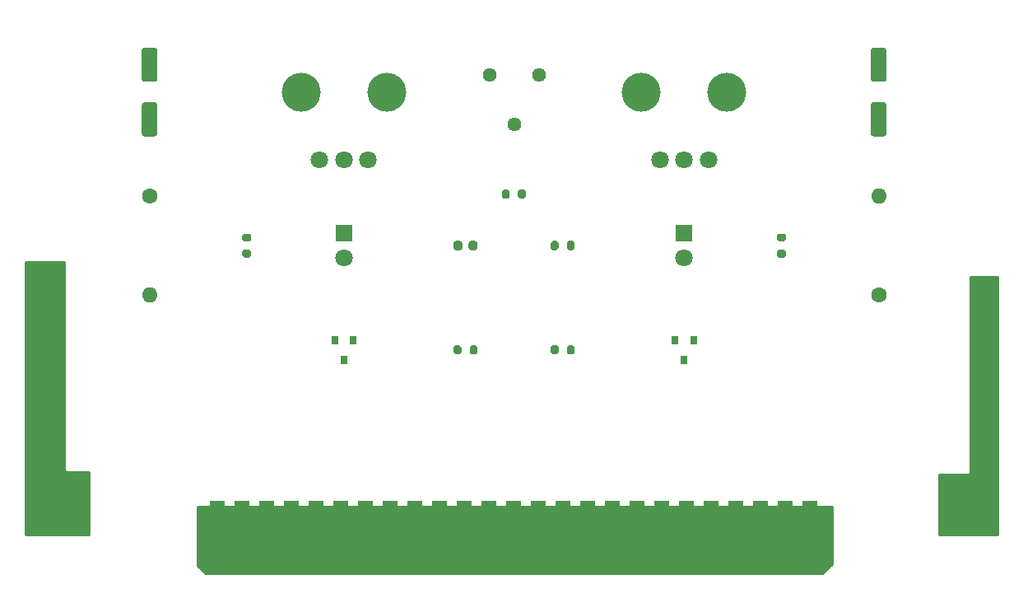
<source format=gbr>
G04 #@! TF.GenerationSoftware,KiCad,Pcbnew,(5.1.7)-1*
G04 #@! TF.CreationDate,2022-04-09T18:00:20-05:00*
G04 #@! TF.ProjectId,ConsolePedalFuzzSMT,436f6e73-6f6c-4655-9065-64616c46757a,rev?*
G04 #@! TF.SameCoordinates,Original*
G04 #@! TF.FileFunction,Soldermask,Top*
G04 #@! TF.FilePolarity,Negative*
%FSLAX46Y46*%
G04 Gerber Fmt 4.6, Leading zero omitted, Abs format (unit mm)*
G04 Created by KiCad (PCBNEW (5.1.7)-1) date 2022-04-09 18:00:20*
%MOMM*%
%LPD*%
G01*
G04 APERTURE LIST*
%ADD10R,1.800000X1.800000*%
%ADD11C,1.800000*%
%ADD12C,5.000000*%
%ADD13C,4.000000*%
%ADD14C,1.600000*%
%ADD15O,1.600000X1.600000*%
%ADD16C,1.440000*%
%ADD17R,1.500000X7.000000*%
%ADD18R,0.800000X0.900000*%
%ADD19C,0.254000*%
%ADD20C,0.100000*%
G04 APERTURE END LIST*
D10*
G04 #@! TO.C,D1*
X115250000Y-95000000D03*
D11*
X115250000Y-97540000D03*
G04 #@! TD*
G04 #@! TO.C,D2*
X150250000Y-97540000D03*
D10*
X150250000Y-95000000D03*
G04 #@! TD*
D12*
G04 #@! TO.C,H1*
X85350000Y-122600000D03*
G04 #@! TD*
G04 #@! TO.C,H2*
X180150000Y-122600000D03*
G04 #@! TD*
D13*
G04 #@! TO.C,RV1*
X154650000Y-80500000D03*
X145850000Y-80500000D03*
D11*
X152750000Y-87500000D03*
X150250000Y-87500000D03*
X147750000Y-87500000D03*
G04 #@! TD*
G04 #@! TO.C,RV2*
X112750000Y-87500000D03*
X115250000Y-87500000D03*
X117750000Y-87500000D03*
D13*
X110850000Y-80500000D03*
X119650000Y-80500000D03*
G04 #@! TD*
D14*
G04 #@! TO.C,R3*
X170250000Y-101350000D03*
D15*
X170250000Y-91190000D03*
G04 #@! TD*
D16*
G04 #@! TO.C,RV3*
X135330000Y-78740000D03*
X132790000Y-83820000D03*
X130250000Y-78740000D03*
G04 #@! TD*
D17*
G04 #@! TO.C,J1*
X163195000Y-126000000D03*
X160655000Y-126000000D03*
X158115000Y-126000000D03*
X155575000Y-126000000D03*
X153035000Y-126000000D03*
X150495000Y-126000000D03*
X147955000Y-126000000D03*
X145415000Y-126000000D03*
X142875000Y-126000000D03*
X140335000Y-126000000D03*
X137795000Y-126000000D03*
X135255000Y-126000000D03*
X132715000Y-126000000D03*
X130175000Y-126000000D03*
X127635000Y-126000000D03*
X125095000Y-126000000D03*
X122555000Y-126000000D03*
X120015000Y-126000000D03*
X117475000Y-126000000D03*
X114935000Y-126000000D03*
X112395000Y-126000000D03*
X109855000Y-126000000D03*
X107315000Y-126000000D03*
X104775000Y-126000000D03*
X102235000Y-126000000D03*
G04 #@! TD*
G04 #@! TO.C,C1*
G36*
G01*
X94700000Y-81550000D02*
X95800000Y-81550000D01*
G75*
G02*
X96050000Y-81800000I0J-250000D01*
G01*
X96050000Y-84800000D01*
G75*
G02*
X95800000Y-85050000I-250000J0D01*
G01*
X94700000Y-85050000D01*
G75*
G02*
X94450000Y-84800000I0J250000D01*
G01*
X94450000Y-81800000D01*
G75*
G02*
X94700000Y-81550000I250000J0D01*
G01*
G37*
G36*
G01*
X94700000Y-75950000D02*
X95800000Y-75950000D01*
G75*
G02*
X96050000Y-76200000I0J-250000D01*
G01*
X96050000Y-79200000D01*
G75*
G02*
X95800000Y-79450000I-250000J0D01*
G01*
X94700000Y-79450000D01*
G75*
G02*
X94450000Y-79200000I0J250000D01*
G01*
X94450000Y-76200000D01*
G75*
G02*
X94700000Y-75950000I250000J0D01*
G01*
G37*
G04 #@! TD*
G04 #@! TO.C,C2*
G36*
G01*
X126525000Y-96520000D02*
X126525000Y-96020000D01*
G75*
G02*
X126750000Y-95795000I225000J0D01*
G01*
X127200000Y-95795000D01*
G75*
G02*
X127425000Y-96020000I0J-225000D01*
G01*
X127425000Y-96520000D01*
G75*
G02*
X127200000Y-96745000I-225000J0D01*
G01*
X126750000Y-96745000D01*
G75*
G02*
X126525000Y-96520000I0J225000D01*
G01*
G37*
G36*
G01*
X128075000Y-96520000D02*
X128075000Y-96020000D01*
G75*
G02*
X128300000Y-95795000I225000J0D01*
G01*
X128750000Y-95795000D01*
G75*
G02*
X128975000Y-96020000I0J-225000D01*
G01*
X128975000Y-96520000D01*
G75*
G02*
X128750000Y-96745000I-225000J0D01*
G01*
X128300000Y-96745000D01*
G75*
G02*
X128075000Y-96520000I0J225000D01*
G01*
G37*
G04 #@! TD*
G04 #@! TO.C,C3*
G36*
G01*
X169700000Y-75950000D02*
X170800000Y-75950000D01*
G75*
G02*
X171050000Y-76200000I0J-250000D01*
G01*
X171050000Y-79200000D01*
G75*
G02*
X170800000Y-79450000I-250000J0D01*
G01*
X169700000Y-79450000D01*
G75*
G02*
X169450000Y-79200000I0J250000D01*
G01*
X169450000Y-76200000D01*
G75*
G02*
X169700000Y-75950000I250000J0D01*
G01*
G37*
G36*
G01*
X169700000Y-81550000D02*
X170800000Y-81550000D01*
G75*
G02*
X171050000Y-81800000I0J-250000D01*
G01*
X171050000Y-84800000D01*
G75*
G02*
X170800000Y-85050000I-250000J0D01*
G01*
X169700000Y-85050000D01*
G75*
G02*
X169450000Y-84800000I0J250000D01*
G01*
X169450000Y-81800000D01*
G75*
G02*
X169700000Y-81550000I250000J0D01*
G01*
G37*
G04 #@! TD*
D18*
G04 #@! TO.C,Q1*
X116200000Y-106000000D03*
X114300000Y-106000000D03*
X115250000Y-108000000D03*
G04 #@! TD*
G04 #@! TO.C,Q2*
X150250000Y-108000000D03*
X149300000Y-106000000D03*
X151200000Y-106000000D03*
G04 #@! TD*
G04 #@! TO.C,R1*
G36*
G01*
X137325000Y-106725000D02*
X137325000Y-107275000D01*
G75*
G02*
X137125000Y-107475000I-200000J0D01*
G01*
X136725000Y-107475000D01*
G75*
G02*
X136525000Y-107275000I0J200000D01*
G01*
X136525000Y-106725000D01*
G75*
G02*
X136725000Y-106525000I200000J0D01*
G01*
X137125000Y-106525000D01*
G75*
G02*
X137325000Y-106725000I0J-200000D01*
G01*
G37*
G36*
G01*
X138975000Y-106725000D02*
X138975000Y-107275000D01*
G75*
G02*
X138775000Y-107475000I-200000J0D01*
G01*
X138375000Y-107475000D01*
G75*
G02*
X138175000Y-107275000I0J200000D01*
G01*
X138175000Y-106725000D01*
G75*
G02*
X138375000Y-106525000I200000J0D01*
G01*
X138775000Y-106525000D01*
G75*
G02*
X138975000Y-106725000I0J-200000D01*
G01*
G37*
G04 #@! TD*
G04 #@! TO.C,R2*
G36*
G01*
X136525000Y-96545000D02*
X136525000Y-95995000D01*
G75*
G02*
X136725000Y-95795000I200000J0D01*
G01*
X137125000Y-95795000D01*
G75*
G02*
X137325000Y-95995000I0J-200000D01*
G01*
X137325000Y-96545000D01*
G75*
G02*
X137125000Y-96745000I-200000J0D01*
G01*
X136725000Y-96745000D01*
G75*
G02*
X136525000Y-96545000I0J200000D01*
G01*
G37*
G36*
G01*
X138175000Y-96545000D02*
X138175000Y-95995000D01*
G75*
G02*
X138375000Y-95795000I200000J0D01*
G01*
X138775000Y-95795000D01*
G75*
G02*
X138975000Y-95995000I0J-200000D01*
G01*
X138975000Y-96545000D01*
G75*
G02*
X138775000Y-96745000I-200000J0D01*
G01*
X138375000Y-96745000D01*
G75*
G02*
X138175000Y-96545000I0J200000D01*
G01*
G37*
G04 #@! TD*
G04 #@! TO.C,R4*
G36*
G01*
X128175000Y-107275000D02*
X128175000Y-106725000D01*
G75*
G02*
X128375000Y-106525000I200000J0D01*
G01*
X128775000Y-106525000D01*
G75*
G02*
X128975000Y-106725000I0J-200000D01*
G01*
X128975000Y-107275000D01*
G75*
G02*
X128775000Y-107475000I-200000J0D01*
G01*
X128375000Y-107475000D01*
G75*
G02*
X128175000Y-107275000I0J200000D01*
G01*
G37*
G36*
G01*
X126525000Y-107275000D02*
X126525000Y-106725000D01*
G75*
G02*
X126725000Y-106525000I200000J0D01*
G01*
X127125000Y-106525000D01*
G75*
G02*
X127325000Y-106725000I0J-200000D01*
G01*
X127325000Y-107275000D01*
G75*
G02*
X127125000Y-107475000I-200000J0D01*
G01*
X126725000Y-107475000D01*
G75*
G02*
X126525000Y-107275000I0J200000D01*
G01*
G37*
G04 #@! TD*
D14*
G04 #@! TO.C,R5*
X95250000Y-91190000D03*
D15*
X95250000Y-101350000D03*
G04 #@! TD*
G04 #@! TO.C,R6*
G36*
G01*
X104975000Y-95045000D02*
X105525000Y-95045000D01*
G75*
G02*
X105725000Y-95245000I0J-200000D01*
G01*
X105725000Y-95645000D01*
G75*
G02*
X105525000Y-95845000I-200000J0D01*
G01*
X104975000Y-95845000D01*
G75*
G02*
X104775000Y-95645000I0J200000D01*
G01*
X104775000Y-95245000D01*
G75*
G02*
X104975000Y-95045000I200000J0D01*
G01*
G37*
G36*
G01*
X104975000Y-96695000D02*
X105525000Y-96695000D01*
G75*
G02*
X105725000Y-96895000I0J-200000D01*
G01*
X105725000Y-97295000D01*
G75*
G02*
X105525000Y-97495000I-200000J0D01*
G01*
X104975000Y-97495000D01*
G75*
G02*
X104775000Y-97295000I0J200000D01*
G01*
X104775000Y-96895000D01*
G75*
G02*
X104975000Y-96695000I200000J0D01*
G01*
G37*
G04 #@! TD*
G04 #@! TO.C,R7*
G36*
G01*
X160525000Y-95845000D02*
X159975000Y-95845000D01*
G75*
G02*
X159775000Y-95645000I0J200000D01*
G01*
X159775000Y-95245000D01*
G75*
G02*
X159975000Y-95045000I200000J0D01*
G01*
X160525000Y-95045000D01*
G75*
G02*
X160725000Y-95245000I0J-200000D01*
G01*
X160725000Y-95645000D01*
G75*
G02*
X160525000Y-95845000I-200000J0D01*
G01*
G37*
G36*
G01*
X160525000Y-97495000D02*
X159975000Y-97495000D01*
G75*
G02*
X159775000Y-97295000I0J200000D01*
G01*
X159775000Y-96895000D01*
G75*
G02*
X159975000Y-96695000I200000J0D01*
G01*
X160525000Y-96695000D01*
G75*
G02*
X160725000Y-96895000I0J-200000D01*
G01*
X160725000Y-97295000D01*
G75*
G02*
X160525000Y-97495000I-200000J0D01*
G01*
G37*
G04 #@! TD*
G04 #@! TO.C,R8*
G36*
G01*
X133940000Y-90725000D02*
X133940000Y-91275000D01*
G75*
G02*
X133740000Y-91475000I-200000J0D01*
G01*
X133340000Y-91475000D01*
G75*
G02*
X133140000Y-91275000I0J200000D01*
G01*
X133140000Y-90725000D01*
G75*
G02*
X133340000Y-90525000I200000J0D01*
G01*
X133740000Y-90525000D01*
G75*
G02*
X133940000Y-90725000I0J-200000D01*
G01*
G37*
G36*
G01*
X132290000Y-90725000D02*
X132290000Y-91275000D01*
G75*
G02*
X132090000Y-91475000I-200000J0D01*
G01*
X131690000Y-91475000D01*
G75*
G02*
X131490000Y-91275000I0J200000D01*
G01*
X131490000Y-90725000D01*
G75*
G02*
X131690000Y-90525000I200000J0D01*
G01*
X132090000Y-90525000D01*
G75*
G02*
X132290000Y-90725000I0J-200000D01*
G01*
G37*
G04 #@! TD*
D19*
X165480000Y-129000000D02*
X164480000Y-130000000D01*
X101020000Y-130000000D01*
X100203000Y-129183000D01*
X100203000Y-123063000D01*
X165480000Y-123063000D01*
X165480000Y-129000000D01*
D20*
G36*
X165480000Y-129000000D02*
G01*
X164480000Y-130000000D01*
X101020000Y-130000000D01*
X100203000Y-129183000D01*
X100203000Y-123063000D01*
X165480000Y-123063000D01*
X165480000Y-129000000D01*
G37*
D19*
X86487000Y-119380000D02*
X86489440Y-119404776D01*
X86496667Y-119428601D01*
X86508403Y-119450557D01*
X86524197Y-119469803D01*
X86543443Y-119485597D01*
X86565399Y-119497333D01*
X86589224Y-119504560D01*
X86614000Y-119507000D01*
X89000000Y-119507000D01*
X89000000Y-126000000D01*
X82500000Y-126000000D01*
X82500000Y-97917000D01*
X86487000Y-97917000D01*
X86487000Y-119380000D01*
D20*
G36*
X86487000Y-119380000D02*
G01*
X86489440Y-119404776D01*
X86496667Y-119428601D01*
X86508403Y-119450557D01*
X86524197Y-119469803D01*
X86543443Y-119485597D01*
X86565399Y-119497333D01*
X86589224Y-119504560D01*
X86614000Y-119507000D01*
X89000000Y-119507000D01*
X89000000Y-126000000D01*
X82500000Y-126000000D01*
X82500000Y-97917000D01*
X86487000Y-97917000D01*
X86487000Y-119380000D01*
G37*
D19*
X182499000Y-126000000D02*
X176500000Y-126000000D01*
X176500000Y-119761000D01*
X179578000Y-119761000D01*
X179602776Y-119758560D01*
X179626601Y-119751333D01*
X179648557Y-119739597D01*
X179667803Y-119723803D01*
X179683597Y-119704557D01*
X179695333Y-119682601D01*
X179702560Y-119658776D01*
X179705000Y-119634000D01*
X179705000Y-99441000D01*
X182499000Y-99441000D01*
X182499000Y-126000000D01*
D20*
G36*
X182499000Y-126000000D02*
G01*
X176500000Y-126000000D01*
X176500000Y-119761000D01*
X179578000Y-119761000D01*
X179602776Y-119758560D01*
X179626601Y-119751333D01*
X179648557Y-119739597D01*
X179667803Y-119723803D01*
X179683597Y-119704557D01*
X179695333Y-119682601D01*
X179702560Y-119658776D01*
X179705000Y-119634000D01*
X179705000Y-99441000D01*
X182499000Y-99441000D01*
X182499000Y-126000000D01*
G37*
M02*

</source>
